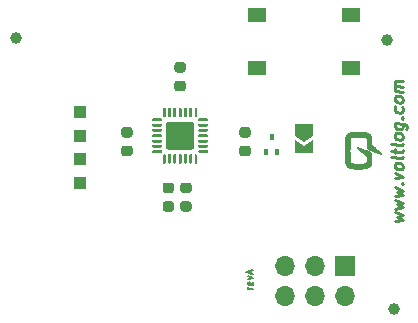
<source format=gbr>
G04 #@! TF.GenerationSoftware,KiCad,Pcbnew,(5.1.8)-1*
G04 #@! TF.CreationDate,2021-01-19T07:45:21+02:00*
G04 #@! TF.ProjectId,reverse,72657665-7273-4652-9e6b-696361645f70,rev?*
G04 #@! TF.SameCoordinates,Original*
G04 #@! TF.FileFunction,Soldermask,Top*
G04 #@! TF.FilePolarity,Negative*
%FSLAX46Y46*%
G04 Gerber Fmt 4.6, Leading zero omitted, Abs format (unit mm)*
G04 Created by KiCad (PCBNEW (5.1.8)-1) date 2021-01-19 07:45:21*
%MOMM*%
%LPD*%
G01*
G04 APERTURE LIST*
%ADD10C,0.150000*%
%ADD11C,0.250000*%
%ADD12C,0.010000*%
%ADD13C,1.000000*%
%ADD14R,0.400000X0.510000*%
%ADD15C,0.100000*%
%ADD16R,1.000000X1.000000*%
%ADD17R,1.550000X1.300000*%
%ADD18O,1.700000X1.700000*%
%ADD19R,1.700000X1.700000*%
G04 APERTURE END LIST*
D10*
X147171428Y-72485714D02*
X146771428Y-72485714D01*
X146885714Y-72485714D02*
X146828571Y-72457142D01*
X146800000Y-72428571D01*
X146771428Y-72371428D01*
X146771428Y-72314285D01*
X147142857Y-71885714D02*
X147171428Y-71942857D01*
X147171428Y-72057142D01*
X147142857Y-72114285D01*
X147085714Y-72142857D01*
X146857142Y-72142857D01*
X146800000Y-72114285D01*
X146771428Y-72057142D01*
X146771428Y-71942857D01*
X146800000Y-71885714D01*
X146857142Y-71857142D01*
X146914285Y-71857142D01*
X146971428Y-72142857D01*
X146771428Y-71657142D02*
X147171428Y-71514285D01*
X146771428Y-71371428D01*
X147000000Y-71171428D02*
X147000000Y-70885714D01*
X147171428Y-71228571D02*
X146571428Y-71028571D01*
X147171428Y-70828571D01*
D11*
X159185714Y-66724776D02*
X159852380Y-66617633D01*
X159376190Y-66367633D01*
X159852380Y-66236681D01*
X159185714Y-65962872D01*
X159185714Y-65677157D02*
X159852380Y-65570014D01*
X159376190Y-65320014D01*
X159852380Y-65189062D01*
X159185714Y-64915252D01*
X159185714Y-64629538D02*
X159852380Y-64522395D01*
X159376190Y-64272395D01*
X159852380Y-64141443D01*
X159185714Y-63867633D01*
X159757142Y-63558110D02*
X159804761Y-63516443D01*
X159852380Y-63570014D01*
X159804761Y-63611681D01*
X159757142Y-63558110D01*
X159852380Y-63570014D01*
X159185714Y-63105729D02*
X159852380Y-62950967D01*
X159185714Y-62629538D01*
X159852380Y-62189062D02*
X159804761Y-62278348D01*
X159757142Y-62320014D01*
X159661904Y-62355729D01*
X159376190Y-62320014D01*
X159280952Y-62260491D01*
X159233333Y-62206919D01*
X159185714Y-62105729D01*
X159185714Y-61962872D01*
X159233333Y-61873586D01*
X159280952Y-61831919D01*
X159376190Y-61796205D01*
X159661904Y-61831919D01*
X159757142Y-61891443D01*
X159804761Y-61945014D01*
X159852380Y-62046205D01*
X159852380Y-62189062D01*
X159852380Y-61284300D02*
X159804761Y-61373586D01*
X159709523Y-61409300D01*
X158852380Y-61302157D01*
X159185714Y-60962872D02*
X159185714Y-60581919D01*
X158852380Y-60778348D02*
X159709523Y-60885491D01*
X159804761Y-60849776D01*
X159852380Y-60760491D01*
X159852380Y-60665252D01*
X159852380Y-60189062D02*
X159804761Y-60278348D01*
X159709523Y-60314062D01*
X158852380Y-60206919D01*
X159852380Y-59665252D02*
X159804761Y-59754538D01*
X159757142Y-59796205D01*
X159661904Y-59831919D01*
X159376190Y-59796205D01*
X159280952Y-59736681D01*
X159233333Y-59683110D01*
X159185714Y-59581919D01*
X159185714Y-59439062D01*
X159233333Y-59349776D01*
X159280952Y-59308110D01*
X159376190Y-59272395D01*
X159661904Y-59308110D01*
X159757142Y-59367633D01*
X159804761Y-59421205D01*
X159852380Y-59522395D01*
X159852380Y-59665252D01*
X159185714Y-58391443D02*
X159995238Y-58492633D01*
X160090476Y-58552157D01*
X160138095Y-58605729D01*
X160185714Y-58706919D01*
X160185714Y-58849776D01*
X160138095Y-58939062D01*
X159804761Y-58468824D02*
X159852380Y-58570014D01*
X159852380Y-58760491D01*
X159804761Y-58849776D01*
X159757142Y-58891443D01*
X159661904Y-58927157D01*
X159376190Y-58891443D01*
X159280952Y-58831919D01*
X159233333Y-58778348D01*
X159185714Y-58677157D01*
X159185714Y-58486681D01*
X159233333Y-58397395D01*
X159757142Y-57986681D02*
X159804761Y-57945014D01*
X159852380Y-57998586D01*
X159804761Y-58040252D01*
X159757142Y-57986681D01*
X159852380Y-57998586D01*
X159804761Y-57087872D02*
X159852380Y-57189062D01*
X159852380Y-57379538D01*
X159804761Y-57468824D01*
X159757142Y-57510491D01*
X159661904Y-57546205D01*
X159376190Y-57510491D01*
X159280952Y-57450967D01*
X159233333Y-57397395D01*
X159185714Y-57296205D01*
X159185714Y-57105729D01*
X159233333Y-57016443D01*
X159852380Y-56522395D02*
X159804761Y-56611681D01*
X159757142Y-56653348D01*
X159661904Y-56689062D01*
X159376190Y-56653348D01*
X159280952Y-56593824D01*
X159233333Y-56540252D01*
X159185714Y-56439062D01*
X159185714Y-56296205D01*
X159233333Y-56206919D01*
X159280952Y-56165252D01*
X159376190Y-56129538D01*
X159661904Y-56165252D01*
X159757142Y-56224776D01*
X159804761Y-56278348D01*
X159852380Y-56379538D01*
X159852380Y-56522395D01*
X159852380Y-55760491D02*
X159185714Y-55677157D01*
X159280952Y-55689062D02*
X159233333Y-55635491D01*
X159185714Y-55534300D01*
X159185714Y-55391443D01*
X159233333Y-55302157D01*
X159328571Y-55266443D01*
X159852380Y-55331919D01*
X159328571Y-55266443D02*
X159233333Y-55206919D01*
X159185714Y-55105729D01*
X159185714Y-54962872D01*
X159233333Y-54873586D01*
X159328571Y-54837872D01*
X159852380Y-54903348D01*
D12*
G36*
X154936747Y-60549388D02*
G01*
X154938269Y-60434942D01*
X154940669Y-60322670D01*
X154943968Y-60213563D01*
X154948183Y-60108613D01*
X154953335Y-60008808D01*
X154959373Y-59916111D01*
X154966354Y-59829241D01*
X154974053Y-59753690D01*
X154982929Y-59688078D01*
X154993440Y-59631028D01*
X155006046Y-59581160D01*
X155021204Y-59537097D01*
X155039373Y-59497458D01*
X155061013Y-59460867D01*
X155086582Y-59425943D01*
X155116539Y-59391308D01*
X155143192Y-59363661D01*
X155184695Y-59324735D01*
X155225608Y-59292298D01*
X155267910Y-59265492D01*
X155313577Y-59243458D01*
X155364589Y-59225337D01*
X155422923Y-59210272D01*
X155490556Y-59197402D01*
X155545187Y-59189143D01*
X155596968Y-59182242D01*
X155645506Y-59176504D01*
X155692683Y-59171832D01*
X155740386Y-59168126D01*
X155790498Y-59165288D01*
X155844905Y-59163222D01*
X155905491Y-59161827D01*
X155974141Y-59161007D01*
X156052740Y-59160663D01*
X156092517Y-59160638D01*
X156200542Y-59161202D01*
X156297345Y-59162906D01*
X156384361Y-59165859D01*
X156463027Y-59170170D01*
X156534776Y-59175947D01*
X156601046Y-59183299D01*
X156663272Y-59192335D01*
X156722889Y-59203164D01*
X156761080Y-59211250D01*
X156841825Y-59235237D01*
X156916414Y-59269335D01*
X156984019Y-59312713D01*
X157043813Y-59364541D01*
X157094969Y-59423990D01*
X157136658Y-59490227D01*
X157168053Y-59562424D01*
X157188326Y-59639750D01*
X157188351Y-59639886D01*
X157190676Y-59656651D01*
X157192598Y-59679604D01*
X157194146Y-59709737D01*
X157195345Y-59748047D01*
X157196223Y-59795527D01*
X157196808Y-59853171D01*
X157197125Y-59921973D01*
X157197195Y-59964796D01*
X157197417Y-60242081D01*
X157237104Y-60279961D01*
X157248416Y-60290388D01*
X157268421Y-60308412D01*
X157296251Y-60333265D01*
X157331040Y-60364183D01*
X157371924Y-60400397D01*
X157418035Y-60441142D01*
X157468507Y-60485652D01*
X157522475Y-60533160D01*
X157579072Y-60582900D01*
X157626042Y-60624118D01*
X157683818Y-60674823D01*
X157739435Y-60723703D01*
X157792053Y-60770020D01*
X157840837Y-60813032D01*
X157884950Y-60851999D01*
X157923554Y-60886183D01*
X157955813Y-60914842D01*
X157980890Y-60937237D01*
X157997948Y-60952627D01*
X158005454Y-60959589D01*
X158025892Y-60982677D01*
X158034854Y-61001572D01*
X158032589Y-61016969D01*
X158027997Y-61022916D01*
X158015150Y-61029728D01*
X158009466Y-61030536D01*
X158001637Y-61028487D01*
X157982915Y-61022586D01*
X157954386Y-61013200D01*
X157917135Y-61000699D01*
X157872247Y-60985451D01*
X157820808Y-60967824D01*
X157763903Y-60948187D01*
X157702617Y-60926909D01*
X157644023Y-60906454D01*
X157575436Y-60882455D01*
X157506890Y-60858483D01*
X157439960Y-60835087D01*
X157376219Y-60812816D01*
X157317239Y-60792220D01*
X157264595Y-60773849D01*
X157219858Y-60758251D01*
X157184604Y-60745976D01*
X157168842Y-60740499D01*
X157128386Y-60726074D01*
X157088817Y-60711271D01*
X157052938Y-60697190D01*
X157023554Y-60684931D01*
X157003742Y-60675735D01*
X156958549Y-60646785D01*
X156915550Y-60608765D01*
X156878309Y-60565231D01*
X156853405Y-60525711D01*
X156843046Y-60505417D01*
X156834482Y-60486913D01*
X156827542Y-60468755D01*
X156822055Y-60449502D01*
X156817848Y-60427711D01*
X156814751Y-60401939D01*
X156812591Y-60370744D01*
X156811198Y-60332682D01*
X156810400Y-60286311D01*
X156810026Y-60230188D01*
X156809903Y-60162871D01*
X156809901Y-60159670D01*
X156809524Y-60062170D01*
X156808520Y-59976939D01*
X156806870Y-59903562D01*
X156804552Y-59841622D01*
X156801547Y-59790705D01*
X156797835Y-59750393D01*
X156793394Y-59720271D01*
X156788205Y-59699923D01*
X156787365Y-59697698D01*
X156770133Y-59669451D01*
X156743735Y-59644057D01*
X156711707Y-59624520D01*
X156692869Y-59617330D01*
X156645757Y-59605798D01*
X156587561Y-59595755D01*
X156519812Y-59587222D01*
X156444039Y-59580219D01*
X156361773Y-59574769D01*
X156274546Y-59570891D01*
X156183887Y-59568607D01*
X156091327Y-59567938D01*
X155998397Y-59568904D01*
X155906627Y-59571527D01*
X155817548Y-59575828D01*
X155732691Y-59581828D01*
X155653585Y-59589547D01*
X155581762Y-59599007D01*
X155563897Y-59601850D01*
X155513106Y-59611874D01*
X155473389Y-59624117D01*
X155443139Y-59640103D01*
X155420747Y-59661353D01*
X155404608Y-59689391D01*
X155393114Y-59725741D01*
X155384696Y-59771660D01*
X155377984Y-59826208D01*
X155371903Y-59892228D01*
X155366466Y-59968507D01*
X155361682Y-60053831D01*
X155357563Y-60146989D01*
X155354119Y-60246766D01*
X155351362Y-60351950D01*
X155349303Y-60461327D01*
X155347951Y-60573686D01*
X155347319Y-60687812D01*
X155347417Y-60802494D01*
X155348256Y-60916517D01*
X155349847Y-61028669D01*
X155352200Y-61137736D01*
X155355328Y-61242507D01*
X155359240Y-61341767D01*
X155363947Y-61434305D01*
X155369039Y-61513136D01*
X155374569Y-61582666D01*
X155380660Y-61640677D01*
X155388022Y-61688350D01*
X155397367Y-61726864D01*
X155409404Y-61757401D01*
X155424844Y-61781141D01*
X155444397Y-61799264D01*
X155468774Y-61812950D01*
X155498684Y-61823381D01*
X155534839Y-61831735D01*
X155563897Y-61836923D01*
X155633483Y-61846852D01*
X155710763Y-61855036D01*
X155794208Y-61861495D01*
X155882286Y-61866250D01*
X155973468Y-61869323D01*
X156066223Y-61870735D01*
X156159021Y-61870505D01*
X156250331Y-61868657D01*
X156338623Y-61865209D01*
X156422366Y-61860184D01*
X156500030Y-61853602D01*
X156570085Y-61845485D01*
X156631000Y-61835853D01*
X156681244Y-61824726D01*
X156692809Y-61821461D01*
X156728648Y-61804372D01*
X156758533Y-61777294D01*
X156779337Y-61743911D01*
X156785811Y-61722132D01*
X156791354Y-61688325D01*
X156795923Y-61643130D01*
X156799473Y-61587189D01*
X156801960Y-61521142D01*
X156803340Y-61445631D01*
X156803622Y-61391941D01*
X156803717Y-61248520D01*
X156760854Y-61207598D01*
X156747789Y-61195497D01*
X156726241Y-61175996D01*
X156697289Y-61150052D01*
X156662011Y-61118623D01*
X156621487Y-61082669D01*
X156576794Y-61043146D01*
X156529011Y-61001013D01*
X156479218Y-60957228D01*
X156461233Y-60941444D01*
X156407902Y-60894660D01*
X156353667Y-60847081D01*
X156300000Y-60800000D01*
X156248378Y-60754711D01*
X156200276Y-60712507D01*
X156157167Y-60674684D01*
X156120528Y-60642534D01*
X156091833Y-60617352D01*
X156089758Y-60615531D01*
X156057245Y-60586599D01*
X156027810Y-60559648D01*
X156002868Y-60536036D01*
X155983832Y-60517119D01*
X155972117Y-60504253D01*
X155969121Y-60499836D01*
X155966959Y-60485163D01*
X155974867Y-60471929D01*
X155985224Y-60462388D01*
X155991767Y-60459036D01*
X155998607Y-60461078D01*
X156016280Y-60466940D01*
X156043640Y-60476226D01*
X156079540Y-60488542D01*
X156122832Y-60503492D01*
X156172372Y-60520681D01*
X156227011Y-60539714D01*
X156285603Y-60560196D01*
X156303521Y-60566473D01*
X156371111Y-60590152D01*
X156441681Y-60614854D01*
X156513009Y-60639804D01*
X156582876Y-60664224D01*
X156649061Y-60687340D01*
X156709343Y-60708374D01*
X156761500Y-60726552D01*
X156793485Y-60737682D01*
X156841216Y-60754558D01*
X156886716Y-60771174D01*
X156928126Y-60786812D01*
X156963589Y-60800752D01*
X156991246Y-60812276D01*
X157009239Y-60820665D01*
X157012257Y-60822333D01*
X157061783Y-60858497D01*
X157106071Y-60904445D01*
X157143285Y-60957723D01*
X157171587Y-61015880D01*
X157183056Y-61050376D01*
X157185482Y-61060128D01*
X157187534Y-61071117D01*
X157189243Y-61084434D01*
X157190638Y-61101169D01*
X157191751Y-61122414D01*
X157192614Y-61149259D01*
X157193255Y-61182795D01*
X157193708Y-61224114D01*
X157194001Y-61274305D01*
X157194166Y-61334460D01*
X157194234Y-61405669D01*
X157194242Y-61446461D01*
X157194242Y-61802061D01*
X157172816Y-61863933D01*
X157139349Y-61942480D01*
X157096274Y-62012751D01*
X157043728Y-62074590D01*
X156981849Y-62127840D01*
X156910777Y-62172347D01*
X156889442Y-62183127D01*
X156849990Y-62200056D01*
X156805587Y-62215010D01*
X156754965Y-62228243D01*
X156696857Y-62240007D01*
X156629997Y-62250554D01*
X156553117Y-62260139D01*
X156464952Y-62269014D01*
X156454467Y-62269962D01*
X156419927Y-62272317D01*
X156374644Y-62274281D01*
X156320565Y-62275852D01*
X156259640Y-62277032D01*
X156193819Y-62277821D01*
X156125050Y-62278217D01*
X156055284Y-62278222D01*
X155986469Y-62277835D01*
X155920555Y-62277056D01*
X155859492Y-62275885D01*
X155805228Y-62274322D01*
X155759713Y-62272368D01*
X155724897Y-62270022D01*
X155724217Y-62269962D01*
X155631943Y-62260869D01*
X155551071Y-62250939D01*
X155480313Y-62239786D01*
X155418378Y-62227022D01*
X155363977Y-62212262D01*
X155315820Y-62195117D01*
X155272618Y-62175202D01*
X155233081Y-62152130D01*
X155195920Y-62125513D01*
X155169497Y-62103575D01*
X155110687Y-62044867D01*
X155063274Y-61981366D01*
X155026443Y-61911754D01*
X154999374Y-61834714D01*
X154996805Y-61825144D01*
X154988067Y-61784282D01*
X154979937Y-61731724D01*
X154972432Y-61668461D01*
X154965572Y-61595484D01*
X154959378Y-61513784D01*
X154953867Y-61424350D01*
X154949061Y-61328175D01*
X154944977Y-61226248D01*
X154941636Y-61119560D01*
X154939057Y-61009103D01*
X154937259Y-60895866D01*
X154936262Y-60780841D01*
X154936085Y-60665018D01*
X154936747Y-60549388D01*
G37*
X154936747Y-60549388D02*
X154938269Y-60434942D01*
X154940669Y-60322670D01*
X154943968Y-60213563D01*
X154948183Y-60108613D01*
X154953335Y-60008808D01*
X154959373Y-59916111D01*
X154966354Y-59829241D01*
X154974053Y-59753690D01*
X154982929Y-59688078D01*
X154993440Y-59631028D01*
X155006046Y-59581160D01*
X155021204Y-59537097D01*
X155039373Y-59497458D01*
X155061013Y-59460867D01*
X155086582Y-59425943D01*
X155116539Y-59391308D01*
X155143192Y-59363661D01*
X155184695Y-59324735D01*
X155225608Y-59292298D01*
X155267910Y-59265492D01*
X155313577Y-59243458D01*
X155364589Y-59225337D01*
X155422923Y-59210272D01*
X155490556Y-59197402D01*
X155545187Y-59189143D01*
X155596968Y-59182242D01*
X155645506Y-59176504D01*
X155692683Y-59171832D01*
X155740386Y-59168126D01*
X155790498Y-59165288D01*
X155844905Y-59163222D01*
X155905491Y-59161827D01*
X155974141Y-59161007D01*
X156052740Y-59160663D01*
X156092517Y-59160638D01*
X156200542Y-59161202D01*
X156297345Y-59162906D01*
X156384361Y-59165859D01*
X156463027Y-59170170D01*
X156534776Y-59175947D01*
X156601046Y-59183299D01*
X156663272Y-59192335D01*
X156722889Y-59203164D01*
X156761080Y-59211250D01*
X156841825Y-59235237D01*
X156916414Y-59269335D01*
X156984019Y-59312713D01*
X157043813Y-59364541D01*
X157094969Y-59423990D01*
X157136658Y-59490227D01*
X157168053Y-59562424D01*
X157188326Y-59639750D01*
X157188351Y-59639886D01*
X157190676Y-59656651D01*
X157192598Y-59679604D01*
X157194146Y-59709737D01*
X157195345Y-59748047D01*
X157196223Y-59795527D01*
X157196808Y-59853171D01*
X157197125Y-59921973D01*
X157197195Y-59964796D01*
X157197417Y-60242081D01*
X157237104Y-60279961D01*
X157248416Y-60290388D01*
X157268421Y-60308412D01*
X157296251Y-60333265D01*
X157331040Y-60364183D01*
X157371924Y-60400397D01*
X157418035Y-60441142D01*
X157468507Y-60485652D01*
X157522475Y-60533160D01*
X157579072Y-60582900D01*
X157626042Y-60624118D01*
X157683818Y-60674823D01*
X157739435Y-60723703D01*
X157792053Y-60770020D01*
X157840837Y-60813032D01*
X157884950Y-60851999D01*
X157923554Y-60886183D01*
X157955813Y-60914842D01*
X157980890Y-60937237D01*
X157997948Y-60952627D01*
X158005454Y-60959589D01*
X158025892Y-60982677D01*
X158034854Y-61001572D01*
X158032589Y-61016969D01*
X158027997Y-61022916D01*
X158015150Y-61029728D01*
X158009466Y-61030536D01*
X158001637Y-61028487D01*
X157982915Y-61022586D01*
X157954386Y-61013200D01*
X157917135Y-61000699D01*
X157872247Y-60985451D01*
X157820808Y-60967824D01*
X157763903Y-60948187D01*
X157702617Y-60926909D01*
X157644023Y-60906454D01*
X157575436Y-60882455D01*
X157506890Y-60858483D01*
X157439960Y-60835087D01*
X157376219Y-60812816D01*
X157317239Y-60792220D01*
X157264595Y-60773849D01*
X157219858Y-60758251D01*
X157184604Y-60745976D01*
X157168842Y-60740499D01*
X157128386Y-60726074D01*
X157088817Y-60711271D01*
X157052938Y-60697190D01*
X157023554Y-60684931D01*
X157003742Y-60675735D01*
X156958549Y-60646785D01*
X156915550Y-60608765D01*
X156878309Y-60565231D01*
X156853405Y-60525711D01*
X156843046Y-60505417D01*
X156834482Y-60486913D01*
X156827542Y-60468755D01*
X156822055Y-60449502D01*
X156817848Y-60427711D01*
X156814751Y-60401939D01*
X156812591Y-60370744D01*
X156811198Y-60332682D01*
X156810400Y-60286311D01*
X156810026Y-60230188D01*
X156809903Y-60162871D01*
X156809901Y-60159670D01*
X156809524Y-60062170D01*
X156808520Y-59976939D01*
X156806870Y-59903562D01*
X156804552Y-59841622D01*
X156801547Y-59790705D01*
X156797835Y-59750393D01*
X156793394Y-59720271D01*
X156788205Y-59699923D01*
X156787365Y-59697698D01*
X156770133Y-59669451D01*
X156743735Y-59644057D01*
X156711707Y-59624520D01*
X156692869Y-59617330D01*
X156645757Y-59605798D01*
X156587561Y-59595755D01*
X156519812Y-59587222D01*
X156444039Y-59580219D01*
X156361773Y-59574769D01*
X156274546Y-59570891D01*
X156183887Y-59568607D01*
X156091327Y-59567938D01*
X155998397Y-59568904D01*
X155906627Y-59571527D01*
X155817548Y-59575828D01*
X155732691Y-59581828D01*
X155653585Y-59589547D01*
X155581762Y-59599007D01*
X155563897Y-59601850D01*
X155513106Y-59611874D01*
X155473389Y-59624117D01*
X155443139Y-59640103D01*
X155420747Y-59661353D01*
X155404608Y-59689391D01*
X155393114Y-59725741D01*
X155384696Y-59771660D01*
X155377984Y-59826208D01*
X155371903Y-59892228D01*
X155366466Y-59968507D01*
X155361682Y-60053831D01*
X155357563Y-60146989D01*
X155354119Y-60246766D01*
X155351362Y-60351950D01*
X155349303Y-60461327D01*
X155347951Y-60573686D01*
X155347319Y-60687812D01*
X155347417Y-60802494D01*
X155348256Y-60916517D01*
X155349847Y-61028669D01*
X155352200Y-61137736D01*
X155355328Y-61242507D01*
X155359240Y-61341767D01*
X155363947Y-61434305D01*
X155369039Y-61513136D01*
X155374569Y-61582666D01*
X155380660Y-61640677D01*
X155388022Y-61688350D01*
X155397367Y-61726864D01*
X155409404Y-61757401D01*
X155424844Y-61781141D01*
X155444397Y-61799264D01*
X155468774Y-61812950D01*
X155498684Y-61823381D01*
X155534839Y-61831735D01*
X155563897Y-61836923D01*
X155633483Y-61846852D01*
X155710763Y-61855036D01*
X155794208Y-61861495D01*
X155882286Y-61866250D01*
X155973468Y-61869323D01*
X156066223Y-61870735D01*
X156159021Y-61870505D01*
X156250331Y-61868657D01*
X156338623Y-61865209D01*
X156422366Y-61860184D01*
X156500030Y-61853602D01*
X156570085Y-61845485D01*
X156631000Y-61835853D01*
X156681244Y-61824726D01*
X156692809Y-61821461D01*
X156728648Y-61804372D01*
X156758533Y-61777294D01*
X156779337Y-61743911D01*
X156785811Y-61722132D01*
X156791354Y-61688325D01*
X156795923Y-61643130D01*
X156799473Y-61587189D01*
X156801960Y-61521142D01*
X156803340Y-61445631D01*
X156803622Y-61391941D01*
X156803717Y-61248520D01*
X156760854Y-61207598D01*
X156747789Y-61195497D01*
X156726241Y-61175996D01*
X156697289Y-61150052D01*
X156662011Y-61118623D01*
X156621487Y-61082669D01*
X156576794Y-61043146D01*
X156529011Y-61001013D01*
X156479218Y-60957228D01*
X156461233Y-60941444D01*
X156407902Y-60894660D01*
X156353667Y-60847081D01*
X156300000Y-60800000D01*
X156248378Y-60754711D01*
X156200276Y-60712507D01*
X156157167Y-60674684D01*
X156120528Y-60642534D01*
X156091833Y-60617352D01*
X156089758Y-60615531D01*
X156057245Y-60586599D01*
X156027810Y-60559648D01*
X156002868Y-60536036D01*
X155983832Y-60517119D01*
X155972117Y-60504253D01*
X155969121Y-60499836D01*
X155966959Y-60485163D01*
X155974867Y-60471929D01*
X155985224Y-60462388D01*
X155991767Y-60459036D01*
X155998607Y-60461078D01*
X156016280Y-60466940D01*
X156043640Y-60476226D01*
X156079540Y-60488542D01*
X156122832Y-60503492D01*
X156172372Y-60520681D01*
X156227011Y-60539714D01*
X156285603Y-60560196D01*
X156303521Y-60566473D01*
X156371111Y-60590152D01*
X156441681Y-60614854D01*
X156513009Y-60639804D01*
X156582876Y-60664224D01*
X156649061Y-60687340D01*
X156709343Y-60708374D01*
X156761500Y-60726552D01*
X156793485Y-60737682D01*
X156841216Y-60754558D01*
X156886716Y-60771174D01*
X156928126Y-60786812D01*
X156963589Y-60800752D01*
X156991246Y-60812276D01*
X157009239Y-60820665D01*
X157012257Y-60822333D01*
X157061783Y-60858497D01*
X157106071Y-60904445D01*
X157143285Y-60957723D01*
X157171587Y-61015880D01*
X157183056Y-61050376D01*
X157185482Y-61060128D01*
X157187534Y-61071117D01*
X157189243Y-61084434D01*
X157190638Y-61101169D01*
X157191751Y-61122414D01*
X157192614Y-61149259D01*
X157193255Y-61182795D01*
X157193708Y-61224114D01*
X157194001Y-61274305D01*
X157194166Y-61334460D01*
X157194234Y-61405669D01*
X157194242Y-61446461D01*
X157194242Y-61802061D01*
X157172816Y-61863933D01*
X157139349Y-61942480D01*
X157096274Y-62012751D01*
X157043728Y-62074590D01*
X156981849Y-62127840D01*
X156910777Y-62172347D01*
X156889442Y-62183127D01*
X156849990Y-62200056D01*
X156805587Y-62215010D01*
X156754965Y-62228243D01*
X156696857Y-62240007D01*
X156629997Y-62250554D01*
X156553117Y-62260139D01*
X156464952Y-62269014D01*
X156454467Y-62269962D01*
X156419927Y-62272317D01*
X156374644Y-62274281D01*
X156320565Y-62275852D01*
X156259640Y-62277032D01*
X156193819Y-62277821D01*
X156125050Y-62278217D01*
X156055284Y-62278222D01*
X155986469Y-62277835D01*
X155920555Y-62277056D01*
X155859492Y-62275885D01*
X155805228Y-62274322D01*
X155759713Y-62272368D01*
X155724897Y-62270022D01*
X155724217Y-62269962D01*
X155631943Y-62260869D01*
X155551071Y-62250939D01*
X155480313Y-62239786D01*
X155418378Y-62227022D01*
X155363977Y-62212262D01*
X155315820Y-62195117D01*
X155272618Y-62175202D01*
X155233081Y-62152130D01*
X155195920Y-62125513D01*
X155169497Y-62103575D01*
X155110687Y-62044867D01*
X155063274Y-61981366D01*
X155026443Y-61911754D01*
X154999374Y-61834714D01*
X154996805Y-61825144D01*
X154988067Y-61784282D01*
X154979937Y-61731724D01*
X154972432Y-61668461D01*
X154965572Y-61595484D01*
X154959378Y-61513784D01*
X154953867Y-61424350D01*
X154949061Y-61328175D01*
X154944977Y-61226248D01*
X154941636Y-61119560D01*
X154939057Y-61009103D01*
X154937259Y-60895866D01*
X154936262Y-60780841D01*
X154936085Y-60665018D01*
X154936747Y-60549388D01*
D13*
X127100000Y-51200000D03*
X159100000Y-74200000D03*
X158500000Y-51400000D03*
D14*
X149250000Y-60900000D03*
X148250000Y-60900000D03*
X148750000Y-59600000D03*
D15*
G36*
X139724693Y-57151201D02*
G01*
X139736418Y-57154758D01*
X139747223Y-57160533D01*
X139756694Y-57168306D01*
X139764467Y-57177777D01*
X139770242Y-57188582D01*
X139773799Y-57200307D01*
X139775000Y-57212500D01*
X139775000Y-57887500D01*
X139773799Y-57899693D01*
X139770242Y-57911418D01*
X139764467Y-57922223D01*
X139756694Y-57931694D01*
X139747223Y-57939467D01*
X139736418Y-57945242D01*
X139724693Y-57948799D01*
X139712500Y-57950000D01*
X139650888Y-57950000D01*
X139638695Y-57948799D01*
X139626970Y-57945242D01*
X139616165Y-57939467D01*
X139606694Y-57931694D01*
X139543306Y-57868306D01*
X139535533Y-57858835D01*
X139529758Y-57848030D01*
X139526201Y-57836305D01*
X139525000Y-57824112D01*
X139525000Y-57212500D01*
X139526201Y-57200307D01*
X139529758Y-57188582D01*
X139535533Y-57177777D01*
X139543306Y-57168306D01*
X139552777Y-57160533D01*
X139563582Y-57154758D01*
X139575307Y-57151201D01*
X139587500Y-57150000D01*
X139712500Y-57150000D01*
X139724693Y-57151201D01*
G37*
G36*
G01*
X139975000Y-57887500D02*
X139975000Y-57212500D01*
G75*
G02*
X140037500Y-57150000I62500J0D01*
G01*
X140162500Y-57150000D01*
G75*
G02*
X140225000Y-57212500I0J-62500D01*
G01*
X140225000Y-57887500D01*
G75*
G02*
X140162500Y-57950000I-62500J0D01*
G01*
X140037500Y-57950000D01*
G75*
G02*
X139975000Y-57887500I0J62500D01*
G01*
G37*
G36*
G01*
X140425000Y-57887500D02*
X140425000Y-57212500D01*
G75*
G02*
X140487500Y-57150000I62500J0D01*
G01*
X140612500Y-57150000D01*
G75*
G02*
X140675000Y-57212500I0J-62500D01*
G01*
X140675000Y-57887500D01*
G75*
G02*
X140612500Y-57950000I-62500J0D01*
G01*
X140487500Y-57950000D01*
G75*
G02*
X140425000Y-57887500I0J62500D01*
G01*
G37*
G36*
G01*
X140875000Y-57887500D02*
X140875000Y-57212500D01*
G75*
G02*
X140937500Y-57150000I62500J0D01*
G01*
X141062500Y-57150000D01*
G75*
G02*
X141125000Y-57212500I0J-62500D01*
G01*
X141125000Y-57887500D01*
G75*
G02*
X141062500Y-57950000I-62500J0D01*
G01*
X140937500Y-57950000D01*
G75*
G02*
X140875000Y-57887500I0J62500D01*
G01*
G37*
G36*
G01*
X141325000Y-57887500D02*
X141325000Y-57212500D01*
G75*
G02*
X141387500Y-57150000I62500J0D01*
G01*
X141512500Y-57150000D01*
G75*
G02*
X141575000Y-57212500I0J-62500D01*
G01*
X141575000Y-57887500D01*
G75*
G02*
X141512500Y-57950000I-62500J0D01*
G01*
X141387500Y-57950000D01*
G75*
G02*
X141325000Y-57887500I0J62500D01*
G01*
G37*
G36*
G01*
X141775000Y-57887500D02*
X141775000Y-57212500D01*
G75*
G02*
X141837500Y-57150000I62500J0D01*
G01*
X141962500Y-57150000D01*
G75*
G02*
X142025000Y-57212500I0J-62500D01*
G01*
X142025000Y-57887500D01*
G75*
G02*
X141962500Y-57950000I-62500J0D01*
G01*
X141837500Y-57950000D01*
G75*
G02*
X141775000Y-57887500I0J62500D01*
G01*
G37*
G36*
X142424693Y-57151201D02*
G01*
X142436418Y-57154758D01*
X142447223Y-57160533D01*
X142456694Y-57168306D01*
X142464467Y-57177777D01*
X142470242Y-57188582D01*
X142473799Y-57200307D01*
X142475000Y-57212500D01*
X142475000Y-57824112D01*
X142473799Y-57836305D01*
X142470242Y-57848030D01*
X142464467Y-57858835D01*
X142456694Y-57868306D01*
X142393306Y-57931694D01*
X142383835Y-57939467D01*
X142373030Y-57945242D01*
X142361305Y-57948799D01*
X142349112Y-57950000D01*
X142287500Y-57950000D01*
X142275307Y-57948799D01*
X142263582Y-57945242D01*
X142252777Y-57939467D01*
X142243306Y-57931694D01*
X142235533Y-57922223D01*
X142229758Y-57911418D01*
X142226201Y-57899693D01*
X142225000Y-57887500D01*
X142225000Y-57212500D01*
X142226201Y-57200307D01*
X142229758Y-57188582D01*
X142235533Y-57177777D01*
X142243306Y-57168306D01*
X142252777Y-57160533D01*
X142263582Y-57154758D01*
X142275307Y-57151201D01*
X142287500Y-57150000D01*
X142412500Y-57150000D01*
X142424693Y-57151201D01*
G37*
G36*
X143299693Y-58026201D02*
G01*
X143311418Y-58029758D01*
X143322223Y-58035533D01*
X143331694Y-58043306D01*
X143339467Y-58052777D01*
X143345242Y-58063582D01*
X143348799Y-58075307D01*
X143350000Y-58087500D01*
X143350000Y-58212500D01*
X143348799Y-58224693D01*
X143345242Y-58236418D01*
X143339467Y-58247223D01*
X143331694Y-58256694D01*
X143322223Y-58264467D01*
X143311418Y-58270242D01*
X143299693Y-58273799D01*
X143287500Y-58275000D01*
X142612500Y-58275000D01*
X142600307Y-58273799D01*
X142588582Y-58270242D01*
X142577777Y-58264467D01*
X142568306Y-58256694D01*
X142560533Y-58247223D01*
X142554758Y-58236418D01*
X142551201Y-58224693D01*
X142550000Y-58212500D01*
X142550000Y-58150888D01*
X142551201Y-58138695D01*
X142554758Y-58126970D01*
X142560533Y-58116165D01*
X142568306Y-58106694D01*
X142631694Y-58043306D01*
X142641165Y-58035533D01*
X142651970Y-58029758D01*
X142663695Y-58026201D01*
X142675888Y-58025000D01*
X143287500Y-58025000D01*
X143299693Y-58026201D01*
G37*
G36*
G01*
X142550000Y-58662500D02*
X142550000Y-58537500D01*
G75*
G02*
X142612500Y-58475000I62500J0D01*
G01*
X143287500Y-58475000D01*
G75*
G02*
X143350000Y-58537500I0J-62500D01*
G01*
X143350000Y-58662500D01*
G75*
G02*
X143287500Y-58725000I-62500J0D01*
G01*
X142612500Y-58725000D01*
G75*
G02*
X142550000Y-58662500I0J62500D01*
G01*
G37*
G36*
G01*
X142550000Y-59112500D02*
X142550000Y-58987500D01*
G75*
G02*
X142612500Y-58925000I62500J0D01*
G01*
X143287500Y-58925000D01*
G75*
G02*
X143350000Y-58987500I0J-62500D01*
G01*
X143350000Y-59112500D01*
G75*
G02*
X143287500Y-59175000I-62500J0D01*
G01*
X142612500Y-59175000D01*
G75*
G02*
X142550000Y-59112500I0J62500D01*
G01*
G37*
G36*
G01*
X142550000Y-59562500D02*
X142550000Y-59437500D01*
G75*
G02*
X142612500Y-59375000I62500J0D01*
G01*
X143287500Y-59375000D01*
G75*
G02*
X143350000Y-59437500I0J-62500D01*
G01*
X143350000Y-59562500D01*
G75*
G02*
X143287500Y-59625000I-62500J0D01*
G01*
X142612500Y-59625000D01*
G75*
G02*
X142550000Y-59562500I0J62500D01*
G01*
G37*
G36*
G01*
X142550000Y-60012500D02*
X142550000Y-59887500D01*
G75*
G02*
X142612500Y-59825000I62500J0D01*
G01*
X143287500Y-59825000D01*
G75*
G02*
X143350000Y-59887500I0J-62500D01*
G01*
X143350000Y-60012500D01*
G75*
G02*
X143287500Y-60075000I-62500J0D01*
G01*
X142612500Y-60075000D01*
G75*
G02*
X142550000Y-60012500I0J62500D01*
G01*
G37*
G36*
G01*
X142550000Y-60462500D02*
X142550000Y-60337500D01*
G75*
G02*
X142612500Y-60275000I62500J0D01*
G01*
X143287500Y-60275000D01*
G75*
G02*
X143350000Y-60337500I0J-62500D01*
G01*
X143350000Y-60462500D01*
G75*
G02*
X143287500Y-60525000I-62500J0D01*
G01*
X142612500Y-60525000D01*
G75*
G02*
X142550000Y-60462500I0J62500D01*
G01*
G37*
G36*
X143299693Y-60726201D02*
G01*
X143311418Y-60729758D01*
X143322223Y-60735533D01*
X143331694Y-60743306D01*
X143339467Y-60752777D01*
X143345242Y-60763582D01*
X143348799Y-60775307D01*
X143350000Y-60787500D01*
X143350000Y-60912500D01*
X143348799Y-60924693D01*
X143345242Y-60936418D01*
X143339467Y-60947223D01*
X143331694Y-60956694D01*
X143322223Y-60964467D01*
X143311418Y-60970242D01*
X143299693Y-60973799D01*
X143287500Y-60975000D01*
X142675888Y-60975000D01*
X142663695Y-60973799D01*
X142651970Y-60970242D01*
X142641165Y-60964467D01*
X142631694Y-60956694D01*
X142568306Y-60893306D01*
X142560533Y-60883835D01*
X142554758Y-60873030D01*
X142551201Y-60861305D01*
X142550000Y-60849112D01*
X142550000Y-60787500D01*
X142551201Y-60775307D01*
X142554758Y-60763582D01*
X142560533Y-60752777D01*
X142568306Y-60743306D01*
X142577777Y-60735533D01*
X142588582Y-60729758D01*
X142600307Y-60726201D01*
X142612500Y-60725000D01*
X143287500Y-60725000D01*
X143299693Y-60726201D01*
G37*
G36*
X142361305Y-61051201D02*
G01*
X142373030Y-61054758D01*
X142383835Y-61060533D01*
X142393306Y-61068306D01*
X142456694Y-61131694D01*
X142464467Y-61141165D01*
X142470242Y-61151970D01*
X142473799Y-61163695D01*
X142475000Y-61175888D01*
X142475000Y-61787500D01*
X142473799Y-61799693D01*
X142470242Y-61811418D01*
X142464467Y-61822223D01*
X142456694Y-61831694D01*
X142447223Y-61839467D01*
X142436418Y-61845242D01*
X142424693Y-61848799D01*
X142412500Y-61850000D01*
X142287500Y-61850000D01*
X142275307Y-61848799D01*
X142263582Y-61845242D01*
X142252777Y-61839467D01*
X142243306Y-61831694D01*
X142235533Y-61822223D01*
X142229758Y-61811418D01*
X142226201Y-61799693D01*
X142225000Y-61787500D01*
X142225000Y-61112500D01*
X142226201Y-61100307D01*
X142229758Y-61088582D01*
X142235533Y-61077777D01*
X142243306Y-61068306D01*
X142252777Y-61060533D01*
X142263582Y-61054758D01*
X142275307Y-61051201D01*
X142287500Y-61050000D01*
X142349112Y-61050000D01*
X142361305Y-61051201D01*
G37*
G36*
G01*
X141775000Y-61787500D02*
X141775000Y-61112500D01*
G75*
G02*
X141837500Y-61050000I62500J0D01*
G01*
X141962500Y-61050000D01*
G75*
G02*
X142025000Y-61112500I0J-62500D01*
G01*
X142025000Y-61787500D01*
G75*
G02*
X141962500Y-61850000I-62500J0D01*
G01*
X141837500Y-61850000D01*
G75*
G02*
X141775000Y-61787500I0J62500D01*
G01*
G37*
G36*
G01*
X141325000Y-61787500D02*
X141325000Y-61112500D01*
G75*
G02*
X141387500Y-61050000I62500J0D01*
G01*
X141512500Y-61050000D01*
G75*
G02*
X141575000Y-61112500I0J-62500D01*
G01*
X141575000Y-61787500D01*
G75*
G02*
X141512500Y-61850000I-62500J0D01*
G01*
X141387500Y-61850000D01*
G75*
G02*
X141325000Y-61787500I0J62500D01*
G01*
G37*
G36*
G01*
X140875000Y-61787500D02*
X140875000Y-61112500D01*
G75*
G02*
X140937500Y-61050000I62500J0D01*
G01*
X141062500Y-61050000D01*
G75*
G02*
X141125000Y-61112500I0J-62500D01*
G01*
X141125000Y-61787500D01*
G75*
G02*
X141062500Y-61850000I-62500J0D01*
G01*
X140937500Y-61850000D01*
G75*
G02*
X140875000Y-61787500I0J62500D01*
G01*
G37*
G36*
G01*
X140425000Y-61787500D02*
X140425000Y-61112500D01*
G75*
G02*
X140487500Y-61050000I62500J0D01*
G01*
X140612500Y-61050000D01*
G75*
G02*
X140675000Y-61112500I0J-62500D01*
G01*
X140675000Y-61787500D01*
G75*
G02*
X140612500Y-61850000I-62500J0D01*
G01*
X140487500Y-61850000D01*
G75*
G02*
X140425000Y-61787500I0J62500D01*
G01*
G37*
G36*
G01*
X139975000Y-61787500D02*
X139975000Y-61112500D01*
G75*
G02*
X140037500Y-61050000I62500J0D01*
G01*
X140162500Y-61050000D01*
G75*
G02*
X140225000Y-61112500I0J-62500D01*
G01*
X140225000Y-61787500D01*
G75*
G02*
X140162500Y-61850000I-62500J0D01*
G01*
X140037500Y-61850000D01*
G75*
G02*
X139975000Y-61787500I0J62500D01*
G01*
G37*
G36*
X139724693Y-61051201D02*
G01*
X139736418Y-61054758D01*
X139747223Y-61060533D01*
X139756694Y-61068306D01*
X139764467Y-61077777D01*
X139770242Y-61088582D01*
X139773799Y-61100307D01*
X139775000Y-61112500D01*
X139775000Y-61787500D01*
X139773799Y-61799693D01*
X139770242Y-61811418D01*
X139764467Y-61822223D01*
X139756694Y-61831694D01*
X139747223Y-61839467D01*
X139736418Y-61845242D01*
X139724693Y-61848799D01*
X139712500Y-61850000D01*
X139587500Y-61850000D01*
X139575307Y-61848799D01*
X139563582Y-61845242D01*
X139552777Y-61839467D01*
X139543306Y-61831694D01*
X139535533Y-61822223D01*
X139529758Y-61811418D01*
X139526201Y-61799693D01*
X139525000Y-61787500D01*
X139525000Y-61175888D01*
X139526201Y-61163695D01*
X139529758Y-61151970D01*
X139535533Y-61141165D01*
X139543306Y-61131694D01*
X139606694Y-61068306D01*
X139616165Y-61060533D01*
X139626970Y-61054758D01*
X139638695Y-61051201D01*
X139650888Y-61050000D01*
X139712500Y-61050000D01*
X139724693Y-61051201D01*
G37*
G36*
X139399693Y-60726201D02*
G01*
X139411418Y-60729758D01*
X139422223Y-60735533D01*
X139431694Y-60743306D01*
X139439467Y-60752777D01*
X139445242Y-60763582D01*
X139448799Y-60775307D01*
X139450000Y-60787500D01*
X139450000Y-60849112D01*
X139448799Y-60861305D01*
X139445242Y-60873030D01*
X139439467Y-60883835D01*
X139431694Y-60893306D01*
X139368306Y-60956694D01*
X139358835Y-60964467D01*
X139348030Y-60970242D01*
X139336305Y-60973799D01*
X139324112Y-60975000D01*
X138712500Y-60975000D01*
X138700307Y-60973799D01*
X138688582Y-60970242D01*
X138677777Y-60964467D01*
X138668306Y-60956694D01*
X138660533Y-60947223D01*
X138654758Y-60936418D01*
X138651201Y-60924693D01*
X138650000Y-60912500D01*
X138650000Y-60787500D01*
X138651201Y-60775307D01*
X138654758Y-60763582D01*
X138660533Y-60752777D01*
X138668306Y-60743306D01*
X138677777Y-60735533D01*
X138688582Y-60729758D01*
X138700307Y-60726201D01*
X138712500Y-60725000D01*
X139387500Y-60725000D01*
X139399693Y-60726201D01*
G37*
G36*
G01*
X138650000Y-60462500D02*
X138650000Y-60337500D01*
G75*
G02*
X138712500Y-60275000I62500J0D01*
G01*
X139387500Y-60275000D01*
G75*
G02*
X139450000Y-60337500I0J-62500D01*
G01*
X139450000Y-60462500D01*
G75*
G02*
X139387500Y-60525000I-62500J0D01*
G01*
X138712500Y-60525000D01*
G75*
G02*
X138650000Y-60462500I0J62500D01*
G01*
G37*
G36*
G01*
X138650000Y-60012500D02*
X138650000Y-59887500D01*
G75*
G02*
X138712500Y-59825000I62500J0D01*
G01*
X139387500Y-59825000D01*
G75*
G02*
X139450000Y-59887500I0J-62500D01*
G01*
X139450000Y-60012500D01*
G75*
G02*
X139387500Y-60075000I-62500J0D01*
G01*
X138712500Y-60075000D01*
G75*
G02*
X138650000Y-60012500I0J62500D01*
G01*
G37*
G36*
G01*
X138650000Y-59562500D02*
X138650000Y-59437500D01*
G75*
G02*
X138712500Y-59375000I62500J0D01*
G01*
X139387500Y-59375000D01*
G75*
G02*
X139450000Y-59437500I0J-62500D01*
G01*
X139450000Y-59562500D01*
G75*
G02*
X139387500Y-59625000I-62500J0D01*
G01*
X138712500Y-59625000D01*
G75*
G02*
X138650000Y-59562500I0J62500D01*
G01*
G37*
G36*
G01*
X138650000Y-59112500D02*
X138650000Y-58987500D01*
G75*
G02*
X138712500Y-58925000I62500J0D01*
G01*
X139387500Y-58925000D01*
G75*
G02*
X139450000Y-58987500I0J-62500D01*
G01*
X139450000Y-59112500D01*
G75*
G02*
X139387500Y-59175000I-62500J0D01*
G01*
X138712500Y-59175000D01*
G75*
G02*
X138650000Y-59112500I0J62500D01*
G01*
G37*
G36*
G01*
X138650000Y-58662500D02*
X138650000Y-58537500D01*
G75*
G02*
X138712500Y-58475000I62500J0D01*
G01*
X139387500Y-58475000D01*
G75*
G02*
X139450000Y-58537500I0J-62500D01*
G01*
X139450000Y-58662500D01*
G75*
G02*
X139387500Y-58725000I-62500J0D01*
G01*
X138712500Y-58725000D01*
G75*
G02*
X138650000Y-58662500I0J62500D01*
G01*
G37*
G36*
X139336305Y-58026201D02*
G01*
X139348030Y-58029758D01*
X139358835Y-58035533D01*
X139368306Y-58043306D01*
X139431694Y-58106694D01*
X139439467Y-58116165D01*
X139445242Y-58126970D01*
X139448799Y-58138695D01*
X139450000Y-58150888D01*
X139450000Y-58212500D01*
X139448799Y-58224693D01*
X139445242Y-58236418D01*
X139439467Y-58247223D01*
X139431694Y-58256694D01*
X139422223Y-58264467D01*
X139411418Y-58270242D01*
X139399693Y-58273799D01*
X139387500Y-58275000D01*
X138712500Y-58275000D01*
X138700307Y-58273799D01*
X138688582Y-58270242D01*
X138677777Y-58264467D01*
X138668306Y-58256694D01*
X138660533Y-58247223D01*
X138654758Y-58236418D01*
X138651201Y-58224693D01*
X138650000Y-58212500D01*
X138650000Y-58087500D01*
X138651201Y-58075307D01*
X138654758Y-58063582D01*
X138660533Y-58052777D01*
X138668306Y-58043306D01*
X138677777Y-58035533D01*
X138688582Y-58029758D01*
X138700307Y-58026201D01*
X138712500Y-58025000D01*
X139324112Y-58025000D01*
X139336305Y-58026201D01*
G37*
G36*
G01*
X139800000Y-60450000D02*
X139800000Y-58550000D01*
G75*
G02*
X140050000Y-58300000I250000J0D01*
G01*
X141950000Y-58300000D01*
G75*
G02*
X142200000Y-58550000I0J-250000D01*
G01*
X142200000Y-60450000D01*
G75*
G02*
X141950000Y-60700000I-250000J0D01*
G01*
X140050000Y-60700000D01*
G75*
G02*
X139800000Y-60450000I0J250000D01*
G01*
G37*
D16*
X132500000Y-63500000D03*
X132500000Y-61500000D03*
X132500000Y-59500000D03*
X132500000Y-57500000D03*
D17*
X155475000Y-53750000D03*
X155475000Y-49250000D03*
X147525000Y-49250000D03*
X147525000Y-53750000D03*
G36*
G01*
X146243750Y-60350000D02*
X146756250Y-60350000D01*
G75*
G02*
X146975000Y-60568750I0J-218750D01*
G01*
X146975000Y-61006250D01*
G75*
G02*
X146756250Y-61225000I-218750J0D01*
G01*
X146243750Y-61225000D01*
G75*
G02*
X146025000Y-61006250I0J218750D01*
G01*
X146025000Y-60568750D01*
G75*
G02*
X146243750Y-60350000I218750J0D01*
G01*
G37*
G36*
G01*
X146243750Y-58775000D02*
X146756250Y-58775000D01*
G75*
G02*
X146975000Y-58993750I0J-218750D01*
G01*
X146975000Y-59431250D01*
G75*
G02*
X146756250Y-59650000I-218750J0D01*
G01*
X146243750Y-59650000D01*
G75*
G02*
X146025000Y-59431250I0J218750D01*
G01*
X146025000Y-58993750D01*
G75*
G02*
X146243750Y-58775000I218750J0D01*
G01*
G37*
G36*
G01*
X140743750Y-54850000D02*
X141256250Y-54850000D01*
G75*
G02*
X141475000Y-55068750I0J-218750D01*
G01*
X141475000Y-55506250D01*
G75*
G02*
X141256250Y-55725000I-218750J0D01*
G01*
X140743750Y-55725000D01*
G75*
G02*
X140525000Y-55506250I0J218750D01*
G01*
X140525000Y-55068750D01*
G75*
G02*
X140743750Y-54850000I218750J0D01*
G01*
G37*
G36*
G01*
X140743750Y-53275000D02*
X141256250Y-53275000D01*
G75*
G02*
X141475000Y-53493750I0J-218750D01*
G01*
X141475000Y-53931250D01*
G75*
G02*
X141256250Y-54150000I-218750J0D01*
G01*
X140743750Y-54150000D01*
G75*
G02*
X140525000Y-53931250I0J218750D01*
G01*
X140525000Y-53493750D01*
G75*
G02*
X140743750Y-53275000I218750J0D01*
G01*
G37*
G36*
G01*
X139743750Y-65050000D02*
X140256250Y-65050000D01*
G75*
G02*
X140475000Y-65268750I0J-218750D01*
G01*
X140475000Y-65706250D01*
G75*
G02*
X140256250Y-65925000I-218750J0D01*
G01*
X139743750Y-65925000D01*
G75*
G02*
X139525000Y-65706250I0J218750D01*
G01*
X139525000Y-65268750D01*
G75*
G02*
X139743750Y-65050000I218750J0D01*
G01*
G37*
G36*
G01*
X139743750Y-63475000D02*
X140256250Y-63475000D01*
G75*
G02*
X140475000Y-63693750I0J-218750D01*
G01*
X140475000Y-64131250D01*
G75*
G02*
X140256250Y-64350000I-218750J0D01*
G01*
X139743750Y-64350000D01*
G75*
G02*
X139525000Y-64131250I0J218750D01*
G01*
X139525000Y-63693750D01*
G75*
G02*
X139743750Y-63475000I218750J0D01*
G01*
G37*
D15*
G36*
X151500000Y-60025000D02*
G01*
X150750000Y-59525000D01*
X150750000Y-58525000D01*
X152250000Y-58525000D01*
X152250000Y-59525000D01*
X151500000Y-60025000D01*
G37*
G36*
X150750000Y-60975000D02*
G01*
X150750000Y-59825000D01*
X151500000Y-60325000D01*
X152250000Y-59825000D01*
X152250000Y-60975000D01*
X150750000Y-60975000D01*
G37*
D18*
X149920000Y-73040000D03*
X149920000Y-70500000D03*
X152460000Y-73040000D03*
X152460000Y-70500000D03*
X155000000Y-73040000D03*
D19*
X155000000Y-70500000D03*
G36*
G01*
X141243750Y-65050000D02*
X141756250Y-65050000D01*
G75*
G02*
X141975000Y-65268750I0J-218750D01*
G01*
X141975000Y-65706250D01*
G75*
G02*
X141756250Y-65925000I-218750J0D01*
G01*
X141243750Y-65925000D01*
G75*
G02*
X141025000Y-65706250I0J218750D01*
G01*
X141025000Y-65268750D01*
G75*
G02*
X141243750Y-65050000I218750J0D01*
G01*
G37*
G36*
G01*
X141243750Y-63475000D02*
X141756250Y-63475000D01*
G75*
G02*
X141975000Y-63693750I0J-218750D01*
G01*
X141975000Y-64131250D01*
G75*
G02*
X141756250Y-64350000I-218750J0D01*
G01*
X141243750Y-64350000D01*
G75*
G02*
X141025000Y-64131250I0J218750D01*
G01*
X141025000Y-63693750D01*
G75*
G02*
X141243750Y-63475000I218750J0D01*
G01*
G37*
G36*
G01*
X136243750Y-60350000D02*
X136756250Y-60350000D01*
G75*
G02*
X136975000Y-60568750I0J-218750D01*
G01*
X136975000Y-61006250D01*
G75*
G02*
X136756250Y-61225000I-218750J0D01*
G01*
X136243750Y-61225000D01*
G75*
G02*
X136025000Y-61006250I0J218750D01*
G01*
X136025000Y-60568750D01*
G75*
G02*
X136243750Y-60350000I218750J0D01*
G01*
G37*
G36*
G01*
X136243750Y-58775000D02*
X136756250Y-58775000D01*
G75*
G02*
X136975000Y-58993750I0J-218750D01*
G01*
X136975000Y-59431250D01*
G75*
G02*
X136756250Y-59650000I-218750J0D01*
G01*
X136243750Y-59650000D01*
G75*
G02*
X136025000Y-59431250I0J218750D01*
G01*
X136025000Y-58993750D01*
G75*
G02*
X136243750Y-58775000I218750J0D01*
G01*
G37*
M02*

</source>
